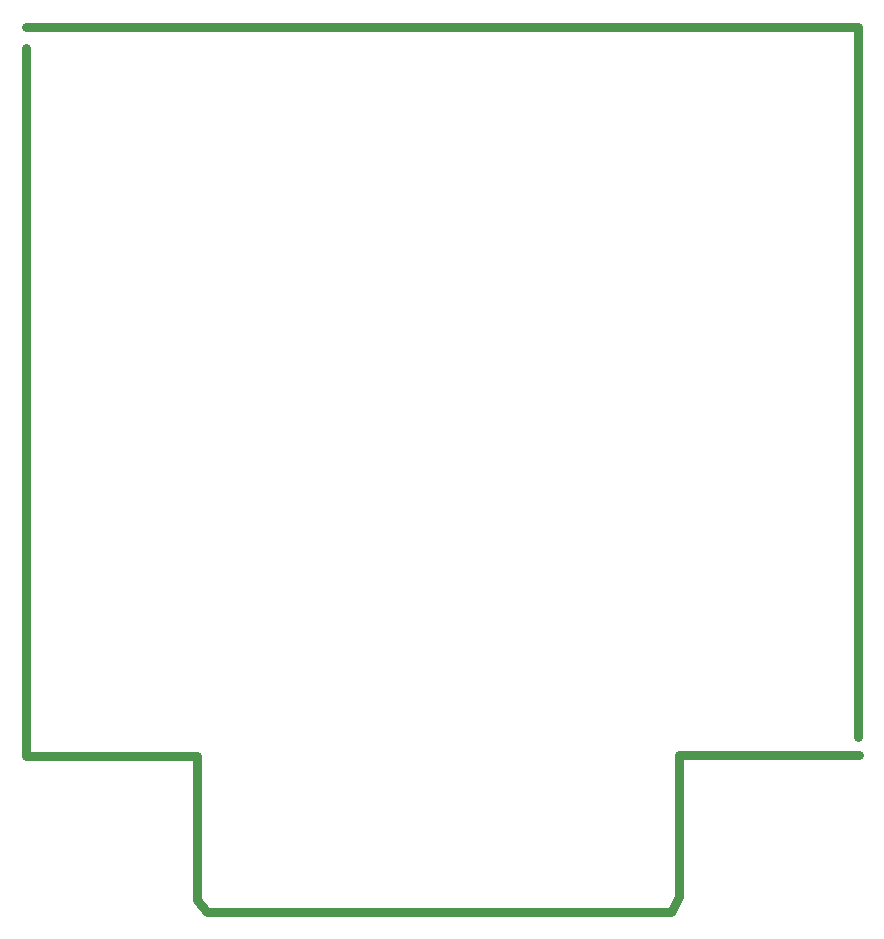
<source format=gbr>
%TF.GenerationSoftware,KiCad,Pcbnew,7.0.11-7.0.11~ubuntu22.04.1*%
%TF.CreationDate,2024-10-26T19:24:34-04:00*%
%TF.ProjectId,colecovision_multicart,636f6c65-636f-4766-9973-696f6e5f6d75,rev?*%
%TF.SameCoordinates,Original*%
%TF.FileFunction,Other,User*%
%FSLAX46Y46*%
G04 Gerber Fmt 4.6, Leading zero omitted, Abs format (unit mm)*
G04 Created by KiCad (PCBNEW 7.0.11-7.0.11~ubuntu22.04.1) date 2024-10-26 19:24:34*
%MOMM*%
%LPD*%
G01*
G04 APERTURE LIST*
%ADD10C,0.793750*%
G04 APERTURE END LIST*
D10*
X172999400Y-55473600D02*
X172999400Y-115570000D01*
X157861000Y-129108200D02*
X157200600Y-130352800D01*
X157861000Y-129108200D02*
X157886400Y-117094000D01*
X117043200Y-117144800D02*
X102565200Y-117144800D01*
X117881400Y-130378200D02*
X117043200Y-129336800D01*
X102565200Y-117144800D02*
X102565200Y-57200800D01*
X102565200Y-55473600D02*
X172999400Y-55473600D01*
X173075600Y-117094000D02*
X157886400Y-117094000D01*
X117043200Y-129336800D02*
X117043200Y-117144800D01*
X157200600Y-130352800D02*
X117881400Y-130378200D01*
M02*

</source>
